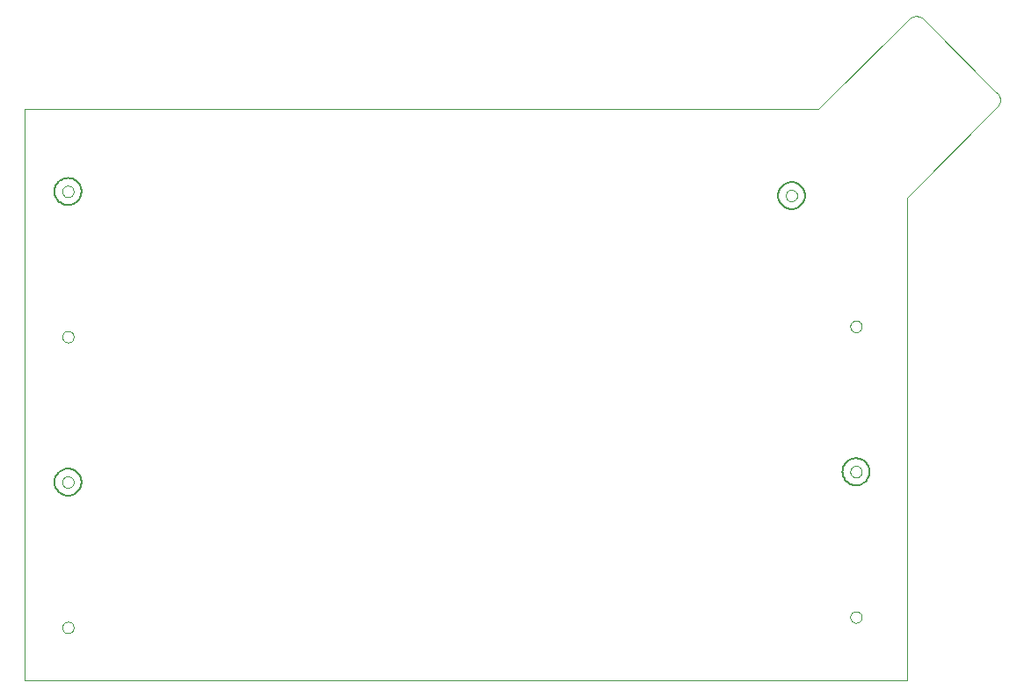
<source format=gto>
G75*
G70*
%OFA0B0*%
%FSLAX24Y24*%
%IPPOS*%
%LPD*%
%AMOC8*
5,1,8,0,0,1.08239X$1,22.5*
%
%ADD10C,0.0000*%
%ADD11C,0.0050*%
D10*
X018768Y019437D02*
X052232Y019437D01*
X052232Y037744D01*
X055655Y041166D01*
X055681Y041195D01*
X055704Y041226D01*
X055723Y041259D01*
X055740Y041294D01*
X055753Y041331D01*
X055762Y041368D01*
X055768Y041406D01*
X055770Y041445D01*
X055768Y041484D01*
X055762Y041522D01*
X055753Y041559D01*
X055740Y041596D01*
X055723Y041631D01*
X055704Y041664D01*
X055681Y041695D01*
X055655Y041724D01*
X055655Y041723D02*
X052865Y044513D01*
X052866Y044514D02*
X052837Y044540D01*
X052806Y044563D01*
X052773Y044582D01*
X052738Y044599D01*
X052701Y044612D01*
X052664Y044621D01*
X052626Y044627D01*
X052587Y044629D01*
X052548Y044627D01*
X052510Y044621D01*
X052473Y044612D01*
X052436Y044599D01*
X052401Y044582D01*
X052368Y044563D01*
X052337Y044540D01*
X052308Y044514D01*
X052308Y044513D02*
X048886Y041091D01*
X018768Y041091D01*
X018768Y019437D01*
X020204Y021445D02*
X020206Y021474D01*
X020212Y021502D01*
X020221Y021530D01*
X020234Y021556D01*
X020251Y021579D01*
X020270Y021601D01*
X020292Y021620D01*
X020317Y021635D01*
X020343Y021648D01*
X020371Y021656D01*
X020399Y021661D01*
X020428Y021662D01*
X020457Y021659D01*
X020485Y021652D01*
X020512Y021642D01*
X020538Y021628D01*
X020561Y021611D01*
X020582Y021591D01*
X020600Y021568D01*
X020615Y021543D01*
X020626Y021516D01*
X020634Y021488D01*
X020638Y021459D01*
X020638Y021431D01*
X020634Y021402D01*
X020626Y021374D01*
X020615Y021347D01*
X020600Y021322D01*
X020582Y021299D01*
X020561Y021279D01*
X020538Y021262D01*
X020512Y021248D01*
X020485Y021238D01*
X020457Y021231D01*
X020428Y021228D01*
X020399Y021229D01*
X020371Y021234D01*
X020343Y021242D01*
X020317Y021255D01*
X020292Y021270D01*
X020270Y021289D01*
X020251Y021311D01*
X020234Y021334D01*
X020221Y021360D01*
X020212Y021388D01*
X020206Y021416D01*
X020204Y021445D01*
X020204Y026957D02*
X020206Y026986D01*
X020212Y027014D01*
X020221Y027042D01*
X020234Y027068D01*
X020251Y027091D01*
X020270Y027113D01*
X020292Y027132D01*
X020317Y027147D01*
X020343Y027160D01*
X020371Y027168D01*
X020399Y027173D01*
X020428Y027174D01*
X020457Y027171D01*
X020485Y027164D01*
X020512Y027154D01*
X020538Y027140D01*
X020561Y027123D01*
X020582Y027103D01*
X020600Y027080D01*
X020615Y027055D01*
X020626Y027028D01*
X020634Y027000D01*
X020638Y026971D01*
X020638Y026943D01*
X020634Y026914D01*
X020626Y026886D01*
X020615Y026859D01*
X020600Y026834D01*
X020582Y026811D01*
X020561Y026791D01*
X020538Y026774D01*
X020512Y026760D01*
X020485Y026750D01*
X020457Y026743D01*
X020428Y026740D01*
X020399Y026741D01*
X020371Y026746D01*
X020343Y026754D01*
X020317Y026767D01*
X020292Y026782D01*
X020270Y026801D01*
X020251Y026823D01*
X020234Y026846D01*
X020221Y026872D01*
X020212Y026900D01*
X020206Y026928D01*
X020204Y026957D01*
X020204Y032469D02*
X020206Y032498D01*
X020212Y032526D01*
X020221Y032554D01*
X020234Y032580D01*
X020251Y032603D01*
X020270Y032625D01*
X020292Y032644D01*
X020317Y032659D01*
X020343Y032672D01*
X020371Y032680D01*
X020399Y032685D01*
X020428Y032686D01*
X020457Y032683D01*
X020485Y032676D01*
X020512Y032666D01*
X020538Y032652D01*
X020561Y032635D01*
X020582Y032615D01*
X020600Y032592D01*
X020615Y032567D01*
X020626Y032540D01*
X020634Y032512D01*
X020638Y032483D01*
X020638Y032455D01*
X020634Y032426D01*
X020626Y032398D01*
X020615Y032371D01*
X020600Y032346D01*
X020582Y032323D01*
X020561Y032303D01*
X020538Y032286D01*
X020512Y032272D01*
X020485Y032262D01*
X020457Y032255D01*
X020428Y032252D01*
X020399Y032253D01*
X020371Y032258D01*
X020343Y032266D01*
X020317Y032279D01*
X020292Y032294D01*
X020270Y032313D01*
X020251Y032335D01*
X020234Y032358D01*
X020221Y032384D01*
X020212Y032412D01*
X020206Y032440D01*
X020204Y032469D01*
X020204Y037980D02*
X020206Y038009D01*
X020212Y038037D01*
X020221Y038065D01*
X020234Y038091D01*
X020251Y038114D01*
X020270Y038136D01*
X020292Y038155D01*
X020317Y038170D01*
X020343Y038183D01*
X020371Y038191D01*
X020399Y038196D01*
X020428Y038197D01*
X020457Y038194D01*
X020485Y038187D01*
X020512Y038177D01*
X020538Y038163D01*
X020561Y038146D01*
X020582Y038126D01*
X020600Y038103D01*
X020615Y038078D01*
X020626Y038051D01*
X020634Y038023D01*
X020638Y037994D01*
X020638Y037966D01*
X020634Y037937D01*
X020626Y037909D01*
X020615Y037882D01*
X020600Y037857D01*
X020582Y037834D01*
X020561Y037814D01*
X020538Y037797D01*
X020512Y037783D01*
X020485Y037773D01*
X020457Y037766D01*
X020428Y037763D01*
X020399Y037764D01*
X020371Y037769D01*
X020343Y037777D01*
X020317Y037790D01*
X020292Y037805D01*
X020270Y037824D01*
X020251Y037846D01*
X020234Y037869D01*
X020221Y037895D01*
X020212Y037923D01*
X020206Y037951D01*
X020204Y037980D01*
X047645Y037823D02*
X047647Y037852D01*
X047653Y037880D01*
X047662Y037908D01*
X047675Y037934D01*
X047692Y037957D01*
X047711Y037979D01*
X047733Y037998D01*
X047758Y038013D01*
X047784Y038026D01*
X047812Y038034D01*
X047840Y038039D01*
X047869Y038040D01*
X047898Y038037D01*
X047926Y038030D01*
X047953Y038020D01*
X047979Y038006D01*
X048002Y037989D01*
X048023Y037969D01*
X048041Y037946D01*
X048056Y037921D01*
X048067Y037894D01*
X048075Y037866D01*
X048079Y037837D01*
X048079Y037809D01*
X048075Y037780D01*
X048067Y037752D01*
X048056Y037725D01*
X048041Y037700D01*
X048023Y037677D01*
X048002Y037657D01*
X047979Y037640D01*
X047953Y037626D01*
X047926Y037616D01*
X047898Y037609D01*
X047869Y037606D01*
X047840Y037607D01*
X047812Y037612D01*
X047784Y037620D01*
X047758Y037633D01*
X047733Y037648D01*
X047711Y037667D01*
X047692Y037689D01*
X047675Y037712D01*
X047662Y037738D01*
X047653Y037766D01*
X047647Y037794D01*
X047645Y037823D01*
X050086Y032862D02*
X050088Y032891D01*
X050094Y032919D01*
X050103Y032947D01*
X050116Y032973D01*
X050133Y032996D01*
X050152Y033018D01*
X050174Y033037D01*
X050199Y033052D01*
X050225Y033065D01*
X050253Y033073D01*
X050281Y033078D01*
X050310Y033079D01*
X050339Y033076D01*
X050367Y033069D01*
X050394Y033059D01*
X050420Y033045D01*
X050443Y033028D01*
X050464Y033008D01*
X050482Y032985D01*
X050497Y032960D01*
X050508Y032933D01*
X050516Y032905D01*
X050520Y032876D01*
X050520Y032848D01*
X050516Y032819D01*
X050508Y032791D01*
X050497Y032764D01*
X050482Y032739D01*
X050464Y032716D01*
X050443Y032696D01*
X050420Y032679D01*
X050394Y032665D01*
X050367Y032655D01*
X050339Y032648D01*
X050310Y032645D01*
X050281Y032646D01*
X050253Y032651D01*
X050225Y032659D01*
X050199Y032672D01*
X050174Y032687D01*
X050152Y032706D01*
X050133Y032728D01*
X050116Y032751D01*
X050103Y032777D01*
X050094Y032805D01*
X050088Y032833D01*
X050086Y032862D01*
X050086Y027350D02*
X050088Y027379D01*
X050094Y027407D01*
X050103Y027435D01*
X050116Y027461D01*
X050133Y027484D01*
X050152Y027506D01*
X050174Y027525D01*
X050199Y027540D01*
X050225Y027553D01*
X050253Y027561D01*
X050281Y027566D01*
X050310Y027567D01*
X050339Y027564D01*
X050367Y027557D01*
X050394Y027547D01*
X050420Y027533D01*
X050443Y027516D01*
X050464Y027496D01*
X050482Y027473D01*
X050497Y027448D01*
X050508Y027421D01*
X050516Y027393D01*
X050520Y027364D01*
X050520Y027336D01*
X050516Y027307D01*
X050508Y027279D01*
X050497Y027252D01*
X050482Y027227D01*
X050464Y027204D01*
X050443Y027184D01*
X050420Y027167D01*
X050394Y027153D01*
X050367Y027143D01*
X050339Y027136D01*
X050310Y027133D01*
X050281Y027134D01*
X050253Y027139D01*
X050225Y027147D01*
X050199Y027160D01*
X050174Y027175D01*
X050152Y027194D01*
X050133Y027216D01*
X050116Y027239D01*
X050103Y027265D01*
X050094Y027293D01*
X050088Y027321D01*
X050086Y027350D01*
X050086Y021839D02*
X050088Y021868D01*
X050094Y021896D01*
X050103Y021924D01*
X050116Y021950D01*
X050133Y021973D01*
X050152Y021995D01*
X050174Y022014D01*
X050199Y022029D01*
X050225Y022042D01*
X050253Y022050D01*
X050281Y022055D01*
X050310Y022056D01*
X050339Y022053D01*
X050367Y022046D01*
X050394Y022036D01*
X050420Y022022D01*
X050443Y022005D01*
X050464Y021985D01*
X050482Y021962D01*
X050497Y021937D01*
X050508Y021910D01*
X050516Y021882D01*
X050520Y021853D01*
X050520Y021825D01*
X050516Y021796D01*
X050508Y021768D01*
X050497Y021741D01*
X050482Y021716D01*
X050464Y021693D01*
X050443Y021673D01*
X050420Y021656D01*
X050394Y021642D01*
X050367Y021632D01*
X050339Y021625D01*
X050310Y021622D01*
X050281Y021623D01*
X050253Y021628D01*
X050225Y021636D01*
X050199Y021649D01*
X050174Y021664D01*
X050152Y021683D01*
X050133Y021705D01*
X050116Y021728D01*
X050103Y021754D01*
X050094Y021782D01*
X050088Y021810D01*
X050086Y021839D01*
D11*
X049791Y027350D02*
X049793Y027395D01*
X049799Y027439D01*
X049808Y027483D01*
X049822Y027525D01*
X049839Y027566D01*
X049860Y027606D01*
X049884Y027644D01*
X049911Y027679D01*
X049941Y027712D01*
X049974Y027742D01*
X050009Y027769D01*
X050047Y027793D01*
X050087Y027814D01*
X050128Y027831D01*
X050170Y027845D01*
X050214Y027854D01*
X050258Y027860D01*
X050303Y027862D01*
X050348Y027860D01*
X050392Y027854D01*
X050436Y027845D01*
X050478Y027831D01*
X050519Y027814D01*
X050559Y027793D01*
X050597Y027769D01*
X050632Y027742D01*
X050665Y027712D01*
X050695Y027679D01*
X050722Y027644D01*
X050746Y027606D01*
X050767Y027566D01*
X050784Y027525D01*
X050798Y027483D01*
X050807Y027439D01*
X050813Y027395D01*
X050815Y027350D01*
X050813Y027305D01*
X050807Y027261D01*
X050798Y027217D01*
X050784Y027175D01*
X050767Y027134D01*
X050746Y027094D01*
X050722Y027056D01*
X050695Y027021D01*
X050665Y026988D01*
X050632Y026958D01*
X050597Y026931D01*
X050559Y026907D01*
X050519Y026886D01*
X050478Y026869D01*
X050436Y026855D01*
X050392Y026846D01*
X050348Y026840D01*
X050303Y026838D01*
X050258Y026840D01*
X050214Y026846D01*
X050170Y026855D01*
X050128Y026869D01*
X050087Y026886D01*
X050047Y026907D01*
X050009Y026931D01*
X049974Y026958D01*
X049941Y026988D01*
X049911Y027021D01*
X049884Y027056D01*
X049860Y027094D01*
X049839Y027134D01*
X049822Y027175D01*
X049808Y027217D01*
X049799Y027261D01*
X049793Y027305D01*
X049791Y027350D01*
X047350Y037823D02*
X047352Y037868D01*
X047358Y037912D01*
X047367Y037956D01*
X047381Y037998D01*
X047398Y038039D01*
X047419Y038079D01*
X047443Y038117D01*
X047470Y038152D01*
X047500Y038185D01*
X047533Y038215D01*
X047568Y038242D01*
X047606Y038266D01*
X047646Y038287D01*
X047687Y038304D01*
X047729Y038318D01*
X047773Y038327D01*
X047817Y038333D01*
X047862Y038335D01*
X047907Y038333D01*
X047951Y038327D01*
X047995Y038318D01*
X048037Y038304D01*
X048078Y038287D01*
X048118Y038266D01*
X048156Y038242D01*
X048191Y038215D01*
X048224Y038185D01*
X048254Y038152D01*
X048281Y038117D01*
X048305Y038079D01*
X048326Y038039D01*
X048343Y037998D01*
X048357Y037956D01*
X048366Y037912D01*
X048372Y037868D01*
X048374Y037823D01*
X048372Y037778D01*
X048366Y037734D01*
X048357Y037690D01*
X048343Y037648D01*
X048326Y037607D01*
X048305Y037567D01*
X048281Y037529D01*
X048254Y037494D01*
X048224Y037461D01*
X048191Y037431D01*
X048156Y037404D01*
X048118Y037380D01*
X048078Y037359D01*
X048037Y037342D01*
X047995Y037328D01*
X047951Y037319D01*
X047907Y037313D01*
X047862Y037311D01*
X047817Y037313D01*
X047773Y037319D01*
X047729Y037328D01*
X047687Y037342D01*
X047646Y037359D01*
X047606Y037380D01*
X047568Y037404D01*
X047533Y037431D01*
X047500Y037461D01*
X047470Y037494D01*
X047443Y037529D01*
X047419Y037567D01*
X047398Y037607D01*
X047381Y037648D01*
X047367Y037690D01*
X047358Y037734D01*
X047352Y037778D01*
X047350Y037823D01*
X019909Y037980D02*
X019911Y038025D01*
X019917Y038069D01*
X019926Y038113D01*
X019940Y038155D01*
X019957Y038196D01*
X019978Y038236D01*
X020002Y038274D01*
X020029Y038309D01*
X020059Y038342D01*
X020092Y038372D01*
X020127Y038399D01*
X020165Y038423D01*
X020205Y038444D01*
X020246Y038461D01*
X020288Y038475D01*
X020332Y038484D01*
X020376Y038490D01*
X020421Y038492D01*
X020466Y038490D01*
X020510Y038484D01*
X020554Y038475D01*
X020596Y038461D01*
X020637Y038444D01*
X020677Y038423D01*
X020715Y038399D01*
X020750Y038372D01*
X020783Y038342D01*
X020813Y038309D01*
X020840Y038274D01*
X020864Y038236D01*
X020885Y038196D01*
X020902Y038155D01*
X020916Y038113D01*
X020925Y038069D01*
X020931Y038025D01*
X020933Y037980D01*
X020931Y037935D01*
X020925Y037891D01*
X020916Y037847D01*
X020902Y037805D01*
X020885Y037764D01*
X020864Y037724D01*
X020840Y037686D01*
X020813Y037651D01*
X020783Y037618D01*
X020750Y037588D01*
X020715Y037561D01*
X020677Y037537D01*
X020637Y037516D01*
X020596Y037499D01*
X020554Y037485D01*
X020510Y037476D01*
X020466Y037470D01*
X020421Y037468D01*
X020376Y037470D01*
X020332Y037476D01*
X020288Y037485D01*
X020246Y037499D01*
X020205Y037516D01*
X020165Y037537D01*
X020127Y037561D01*
X020092Y037588D01*
X020059Y037618D01*
X020029Y037651D01*
X020002Y037686D01*
X019978Y037724D01*
X019957Y037764D01*
X019940Y037805D01*
X019926Y037847D01*
X019917Y037891D01*
X019911Y037935D01*
X019909Y037980D01*
X019909Y026957D02*
X019911Y027002D01*
X019917Y027046D01*
X019926Y027090D01*
X019940Y027132D01*
X019957Y027173D01*
X019978Y027213D01*
X020002Y027251D01*
X020029Y027286D01*
X020059Y027319D01*
X020092Y027349D01*
X020127Y027376D01*
X020165Y027400D01*
X020205Y027421D01*
X020246Y027438D01*
X020288Y027452D01*
X020332Y027461D01*
X020376Y027467D01*
X020421Y027469D01*
X020466Y027467D01*
X020510Y027461D01*
X020554Y027452D01*
X020596Y027438D01*
X020637Y027421D01*
X020677Y027400D01*
X020715Y027376D01*
X020750Y027349D01*
X020783Y027319D01*
X020813Y027286D01*
X020840Y027251D01*
X020864Y027213D01*
X020885Y027173D01*
X020902Y027132D01*
X020916Y027090D01*
X020925Y027046D01*
X020931Y027002D01*
X020933Y026957D01*
X020931Y026912D01*
X020925Y026868D01*
X020916Y026824D01*
X020902Y026782D01*
X020885Y026741D01*
X020864Y026701D01*
X020840Y026663D01*
X020813Y026628D01*
X020783Y026595D01*
X020750Y026565D01*
X020715Y026538D01*
X020677Y026514D01*
X020637Y026493D01*
X020596Y026476D01*
X020554Y026462D01*
X020510Y026453D01*
X020466Y026447D01*
X020421Y026445D01*
X020376Y026447D01*
X020332Y026453D01*
X020288Y026462D01*
X020246Y026476D01*
X020205Y026493D01*
X020165Y026514D01*
X020127Y026538D01*
X020092Y026565D01*
X020059Y026595D01*
X020029Y026628D01*
X020002Y026663D01*
X019978Y026701D01*
X019957Y026741D01*
X019940Y026782D01*
X019926Y026824D01*
X019917Y026868D01*
X019911Y026912D01*
X019909Y026957D01*
M02*

</source>
